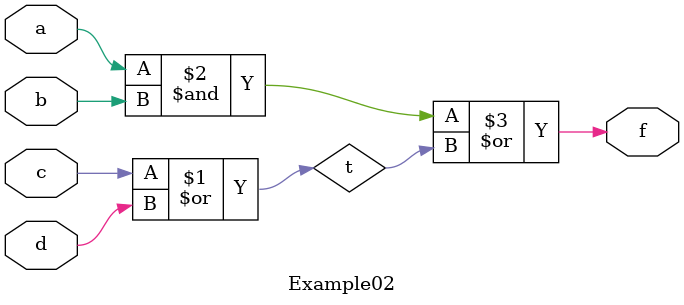
<source format=v>
module Example02(a,b,c,d,f);
  input a,b,c,d;
  output f;
  wire t;
  assign t = c | d;
  assign f = (a & b)|t;
  
endmodule

</source>
